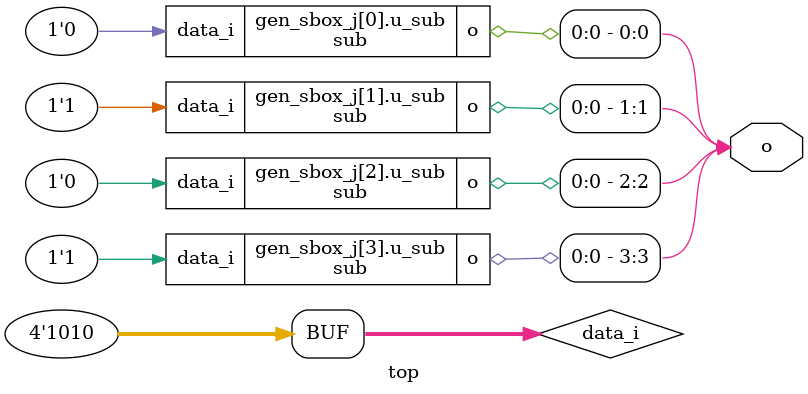
<source format=sv>
/* Generated by Synlig (git sha1 5719a8d1a, g++ 12.2.0-14 -fPIC -O3) */

(* src = "/root/synlig/synlig/tests/simple_tests/NestedSelectOnVarInGenscope/top.sv:8.7-11.9" *)
module sub(data_i, o);
  (* src = "/root/synlig/synlig/tests/simple_tests/NestedSelectOnVarInGenscope/top.sv:1.24-1.30" *)
  input data_i;
  wire data_i;
  (* src = "/root/synlig/synlig/tests/simple_tests/NestedSelectOnVarInGenscope/top.sv:1.45-1.46" *)
  output o;
  wire o;
  assign o = data_i;
endmodule

(* top =  1  *)
(* src = "/root/synlig/synlig/tests/simple_tests/NestedSelectOnVarInGenscope/top.sv:5.1-13.10" *)
module top(o);
  (* src = "/root/synlig/synlig/tests/simple_tests/NestedSelectOnVarInGenscope/top.sv:6.21-6.34" *)
  wire [3:0] data_i;
  (* src = "/root/synlig/synlig/tests/simple_tests/NestedSelectOnVarInGenscope/top.sv:5.31-5.32" *)
  output [3:0] o;
  wire [3:0] o;
  (* module_not_derived = 32'd1 *)
  (* src = "/root/synlig/synlig/tests/simple_tests/NestedSelectOnVarInGenscope/top.sv:8.7-11.9" *)
  sub \gen_sbox_j[0].u_sub  (
    .data_i(1'h0),
    .o(o[0])
  );
  (* module_not_derived = 32'd1 *)
  (* src = "/root/synlig/synlig/tests/simple_tests/NestedSelectOnVarInGenscope/top.sv:8.7-11.9" *)
  sub \gen_sbox_j[1].u_sub  (
    .data_i(1'h1),
    .o(o[1])
  );
  (* module_not_derived = 32'd1 *)
  (* src = "/root/synlig/synlig/tests/simple_tests/NestedSelectOnVarInGenscope/top.sv:8.7-11.9" *)
  sub \gen_sbox_j[2].u_sub  (
    .data_i(1'h0),
    .o(o[2])
  );
  (* module_not_derived = 32'd1 *)
  (* src = "/root/synlig/synlig/tests/simple_tests/NestedSelectOnVarInGenscope/top.sv:8.7-11.9" *)
  sub \gen_sbox_j[3].u_sub  (
    .data_i(1'h1),
    .o(o[3])
  );
  assign data_i = 4'ha;
endmodule

</source>
